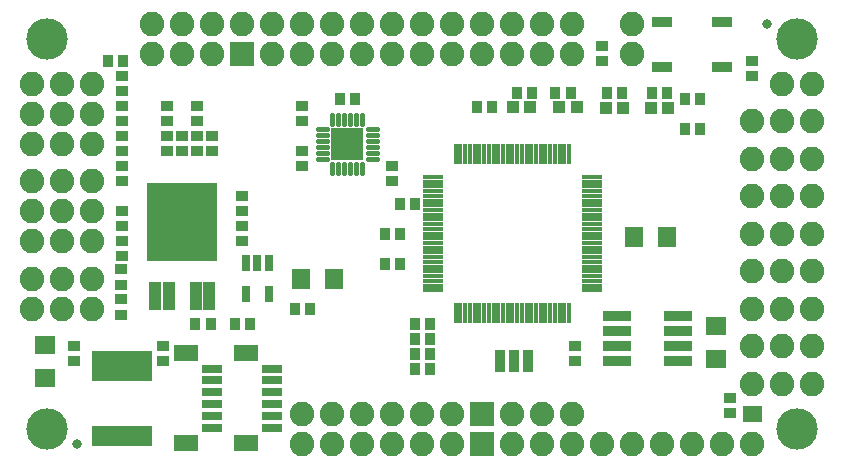
<source format=gts>
G75*
G70*
%OFA0B0*%
%FSLAX24Y24*%
%IPPOS*%
%LPD*%
%AMOC8*
5,1,8,0,0,1.08239X$1,22.5*
%
%ADD10R,0.0356X0.0434*%
%ADD11R,0.0395X0.0395*%
%ADD12C,0.1380*%
%ADD13R,0.0710X0.0631*%
%ADD14R,0.0434X0.0356*%
%ADD15C,0.0820*%
%ADD16R,0.0631X0.0710*%
%ADD17R,0.0159X0.0671*%
%ADD18R,0.0671X0.0159*%
%ADD19R,0.0820X0.0820*%
%ADD20R,0.0330X0.0580*%
%ADD21R,0.0680X0.0380*%
%ADD22R,0.0356X0.0749*%
%ADD23R,0.0297X0.0552*%
%ADD24R,0.2363X0.2600*%
%ADD25R,0.0395X0.0946*%
%ADD26C,0.0330*%
%ADD27R,0.0789X0.0552*%
%ADD28R,0.0690X0.0316*%
%ADD29R,0.0950X0.0320*%
%ADD30C,0.0180*%
%ADD31R,0.1110X0.1110*%
%ADD32R,0.2049X0.1025*%
%ADD33R,0.2049X0.0710*%
D10*
X013574Y007500D03*
X014086Y007500D03*
X014086Y008000D03*
X013574Y008000D03*
X013574Y008500D03*
X014086Y008500D03*
X014086Y009000D03*
X013574Y009000D03*
X010086Y009500D03*
X009574Y009500D03*
X008086Y009000D03*
X007574Y009000D03*
X006776Y008990D03*
X006264Y008990D03*
X012574Y011000D03*
X013086Y011000D03*
X013086Y012000D03*
X012574Y012000D03*
X013074Y013000D03*
X013586Y013000D03*
X015634Y016220D03*
X016146Y016220D03*
X016974Y016700D03*
X017486Y016700D03*
X018254Y016700D03*
X018766Y016700D03*
X019974Y016700D03*
X020486Y016700D03*
X021474Y016700D03*
X021986Y016700D03*
X022574Y016500D03*
X023086Y016500D03*
X023086Y015500D03*
X022574Y015500D03*
X011586Y016500D03*
X011074Y016500D03*
X003861Y017760D03*
X003349Y017760D03*
D11*
X016835Y016220D03*
X017425Y016220D03*
X018385Y016220D03*
X018975Y016220D03*
X019935Y016200D03*
X020525Y016200D03*
X021435Y016200D03*
X022025Y016200D03*
D12*
X026330Y018500D03*
X001330Y018500D03*
X001330Y005500D03*
X026330Y005500D03*
D13*
X023620Y007809D03*
X023620Y008911D03*
X001260Y008301D03*
X001260Y007199D03*
D14*
X002220Y007744D03*
X002220Y008256D03*
X003780Y009294D03*
X003780Y009806D03*
X003780Y010294D03*
X003780Y010806D03*
X003830Y011244D03*
X003830Y011756D03*
X003830Y012244D03*
X003830Y012756D03*
X003830Y013744D03*
X003830Y014256D03*
X003830Y014744D03*
X003830Y015256D03*
X003830Y015744D03*
X003830Y016256D03*
X003830Y016744D03*
X003830Y017256D03*
X005330Y016256D03*
X005330Y015744D03*
X005330Y015256D03*
X005830Y015256D03*
X006330Y015256D03*
X006830Y015256D03*
X006330Y015744D03*
X006330Y016256D03*
X006330Y014744D03*
X005830Y014744D03*
X005330Y014744D03*
X006830Y014744D03*
X007830Y013256D03*
X007830Y012744D03*
X007830Y012256D03*
X007830Y011744D03*
X012830Y013744D03*
X012830Y014256D03*
X009830Y014244D03*
X009830Y014756D03*
X009830Y015744D03*
X009830Y016256D03*
X019830Y017744D03*
X019830Y018256D03*
X024830Y017756D03*
X024830Y017244D03*
X018900Y008266D03*
X018900Y007754D03*
X024080Y006526D03*
X024080Y006014D03*
X005180Y007744D03*
X005180Y008256D03*
D15*
X002830Y009500D03*
X001830Y009500D03*
X000830Y009500D03*
X000830Y010500D03*
X001830Y010500D03*
X002830Y010500D03*
X002830Y011750D03*
X001830Y011750D03*
X000830Y011750D03*
X000830Y012750D03*
X001830Y012750D03*
X002830Y012750D03*
X002830Y013750D03*
X001830Y013750D03*
X000830Y013750D03*
X000830Y015000D03*
X001830Y015000D03*
X002830Y015000D03*
X002830Y016000D03*
X001830Y016000D03*
X000830Y016000D03*
X000830Y017000D03*
X001830Y017000D03*
X002830Y017000D03*
X004830Y018000D03*
X005830Y018000D03*
X006830Y018000D03*
X006830Y019000D03*
X005830Y019000D03*
X004830Y019000D03*
X007830Y019000D03*
X008830Y019000D03*
X009830Y019000D03*
X010830Y019000D03*
X011830Y019000D03*
X012830Y019000D03*
X013830Y019000D03*
X014830Y019000D03*
X015830Y019000D03*
X016830Y019000D03*
X017830Y019000D03*
X018830Y019000D03*
X020830Y019000D03*
X020830Y018000D03*
X018830Y018000D03*
X017830Y018000D03*
X016830Y018000D03*
X015830Y018000D03*
X014830Y018000D03*
X013830Y018000D03*
X012830Y018000D03*
X011830Y018000D03*
X010830Y018000D03*
X009830Y018000D03*
X008830Y018000D03*
X024830Y015750D03*
X025830Y015750D03*
X026830Y015750D03*
X026830Y014500D03*
X025830Y014500D03*
X024830Y014500D03*
X024830Y013250D03*
X025830Y013250D03*
X026830Y013250D03*
X026830Y012000D03*
X025830Y012000D03*
X024830Y012000D03*
X024830Y010750D03*
X025830Y010750D03*
X026830Y010750D03*
X026830Y009500D03*
X025830Y009500D03*
X024830Y009500D03*
X024830Y008250D03*
X025830Y008250D03*
X026830Y008250D03*
X026830Y007000D03*
X025830Y007000D03*
X024830Y007000D03*
X024830Y005000D03*
X023830Y005000D03*
X022830Y005000D03*
X021830Y005000D03*
X020830Y005000D03*
X019830Y005000D03*
X018830Y005000D03*
X017830Y005000D03*
X016830Y005000D03*
X014830Y005000D03*
X013830Y005000D03*
X012830Y005000D03*
X011830Y005000D03*
X010830Y005000D03*
X009830Y005000D03*
X009830Y006000D03*
X010830Y006000D03*
X011830Y006000D03*
X012830Y006000D03*
X013830Y006000D03*
X014830Y006000D03*
X016830Y006000D03*
X017830Y006000D03*
X018830Y006000D03*
X025830Y017000D03*
X026830Y017000D03*
D16*
X021981Y011900D03*
X020879Y011900D03*
X010881Y010500D03*
X009779Y010500D03*
D17*
X014940Y009362D03*
X015098Y009362D03*
X015255Y009362D03*
X015413Y009362D03*
X015570Y009362D03*
X015728Y009362D03*
X015885Y009362D03*
X016043Y009362D03*
X016200Y009362D03*
X016358Y009362D03*
X016515Y009362D03*
X016673Y009362D03*
X016830Y009362D03*
X016987Y009362D03*
X017145Y009362D03*
X017302Y009362D03*
X017460Y009362D03*
X017617Y009362D03*
X017775Y009362D03*
X017932Y009362D03*
X018090Y009362D03*
X018247Y009362D03*
X018405Y009362D03*
X018562Y009362D03*
X018720Y009362D03*
X018720Y014638D03*
X018562Y014638D03*
X018405Y014638D03*
X018247Y014638D03*
X018090Y014638D03*
X017932Y014638D03*
X017775Y014638D03*
X017617Y014638D03*
X017460Y014638D03*
X017302Y014638D03*
X017145Y014638D03*
X016987Y014638D03*
X016830Y014638D03*
X016673Y014638D03*
X016515Y014638D03*
X016358Y014638D03*
X016200Y014638D03*
X016043Y014638D03*
X015885Y014638D03*
X015728Y014638D03*
X015570Y014638D03*
X015413Y014638D03*
X015255Y014638D03*
X015098Y014638D03*
X014940Y014638D03*
D18*
X014192Y013890D03*
X014192Y013732D03*
X014192Y013575D03*
X014192Y013417D03*
X014192Y013260D03*
X014192Y013102D03*
X014192Y012945D03*
X014192Y012787D03*
X014192Y012630D03*
X014192Y012472D03*
X014192Y012315D03*
X014192Y012157D03*
X014192Y012000D03*
X014192Y011843D03*
X014192Y011685D03*
X014192Y011528D03*
X014192Y011370D03*
X014192Y011213D03*
X014192Y011055D03*
X014192Y010898D03*
X014192Y010740D03*
X014192Y010583D03*
X014192Y010425D03*
X014192Y010268D03*
X014192Y010110D03*
X019468Y010110D03*
X019468Y010268D03*
X019468Y010425D03*
X019468Y010583D03*
X019468Y010740D03*
X019468Y010898D03*
X019468Y011055D03*
X019468Y011213D03*
X019468Y011370D03*
X019468Y011528D03*
X019468Y011685D03*
X019468Y011843D03*
X019468Y012000D03*
X019468Y012157D03*
X019468Y012315D03*
X019468Y012472D03*
X019468Y012630D03*
X019468Y012787D03*
X019468Y012945D03*
X019468Y013102D03*
X019468Y013260D03*
X019468Y013417D03*
X019468Y013575D03*
X019468Y013732D03*
X019468Y013890D03*
D19*
X007830Y018000D03*
X015830Y006000D03*
X015830Y005000D03*
D20*
X024668Y006000D03*
X024992Y006000D03*
D21*
X023830Y017550D03*
X021830Y017550D03*
X021830Y019050D03*
X023830Y019050D03*
D22*
X017352Y007750D03*
X016880Y007750D03*
X016408Y007750D03*
D23*
X008704Y009988D03*
X007956Y009988D03*
X007956Y011012D03*
X008330Y011012D03*
X008704Y011012D03*
D24*
X005830Y012394D03*
D25*
X005381Y009913D03*
X004932Y009913D03*
X006279Y009913D03*
X006728Y009913D03*
D26*
X002330Y005000D03*
X025330Y019000D03*
D27*
X007954Y008012D03*
X005954Y008012D03*
X005954Y005020D03*
X007954Y005020D03*
D28*
X008830Y005531D03*
X008830Y005925D03*
X008830Y006319D03*
X008830Y006713D03*
X008830Y007106D03*
X008830Y007500D03*
X006830Y007500D03*
X006830Y007106D03*
X006830Y006713D03*
X006830Y006319D03*
X006830Y005925D03*
X006830Y005531D03*
D29*
X020300Y007750D03*
X020300Y008250D03*
X020300Y008750D03*
X020300Y009250D03*
X022360Y009250D03*
X022360Y008750D03*
X022360Y008250D03*
X022360Y007750D03*
D30*
X011825Y014029D02*
X011825Y014329D01*
X011625Y014329D02*
X011625Y014029D01*
X011427Y014029D02*
X011427Y014329D01*
X011217Y014329D02*
X011217Y014029D01*
X011018Y014029D02*
X011018Y014329D01*
X010819Y014329D02*
X010819Y014029D01*
X010645Y014493D02*
X010345Y014493D01*
X010345Y014693D02*
X010645Y014693D01*
X010645Y014891D02*
X010345Y014891D01*
X010345Y015101D02*
X010645Y015101D01*
X010645Y015300D02*
X010345Y015300D01*
X010345Y015499D02*
X010645Y015499D01*
X010819Y015663D02*
X010819Y015963D01*
X011018Y015963D02*
X011018Y015663D01*
X011217Y015663D02*
X011217Y015963D01*
X011427Y015963D02*
X011427Y015663D01*
X011625Y015663D02*
X011625Y015963D01*
X011825Y015963D02*
X011825Y015663D01*
X012000Y015499D02*
X012300Y015499D01*
X012300Y015300D02*
X012000Y015300D01*
X012000Y015101D02*
X012300Y015101D01*
X012300Y014891D02*
X012000Y014891D01*
X012000Y014693D02*
X012300Y014693D01*
X012300Y014493D02*
X012000Y014493D01*
D31*
X011326Y014992D03*
D32*
X003830Y007602D03*
D33*
X003830Y005240D03*
M02*

</source>
